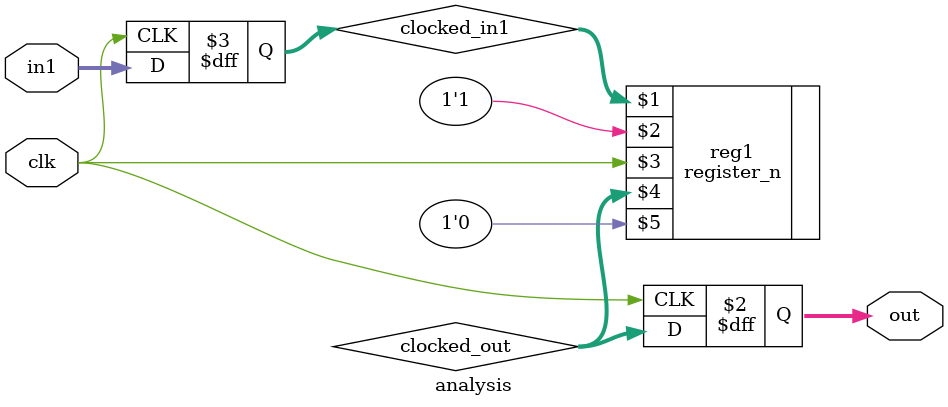
<source format=v>
module analysis (in1, out, clk);
	parameter IN_BIT = 16;
	parameter OUT_BIT = 16;

	input [IN_BIT-1:0] in1;
	// input [IN_BIT-1:0] in2;
	// input [3:0] in3;
	output reg [OUT_BIT-1:0] out;
	input clk;

	reg [IN_BIT-1:0] clocked_in1;
	// reg [IN_BIT-1:0] clocked_in2;
	// reg [3:0] clocked_in3;
	wire [OUT_BIT-1:0] clocked_out;
	
	always @(posedge clk) begin
		clocked_in1 <= in1;
		// clocked_in2	<= in2;
		// clocked_in3 <= in3;
		out <= clocked_out;
	end
 	// sign_extend test (clocked_in1, clocked_out);
	// tick_FSM tick_fsm(.rst(1'b0), .clk(clk), .tick(clocked_out), .enable(1'b1));
	// multiplexer mux (1, 2, 3, 4, 5, 6, 7, 8, 9, 10, clocked_in1, clocked_out);
	// ALU alu(clocked_in1, clocked_in2, clocked_in3, clocked_out);
	// register_n #(16) reg1 (clocked_in1, 1'b1, clk, clocked_out, 1'b0);
	register_n #(.N(9)) reg1 (clocked_in1, 1'b1, clk, clocked_out, 1'b0);
endmodule



</source>
